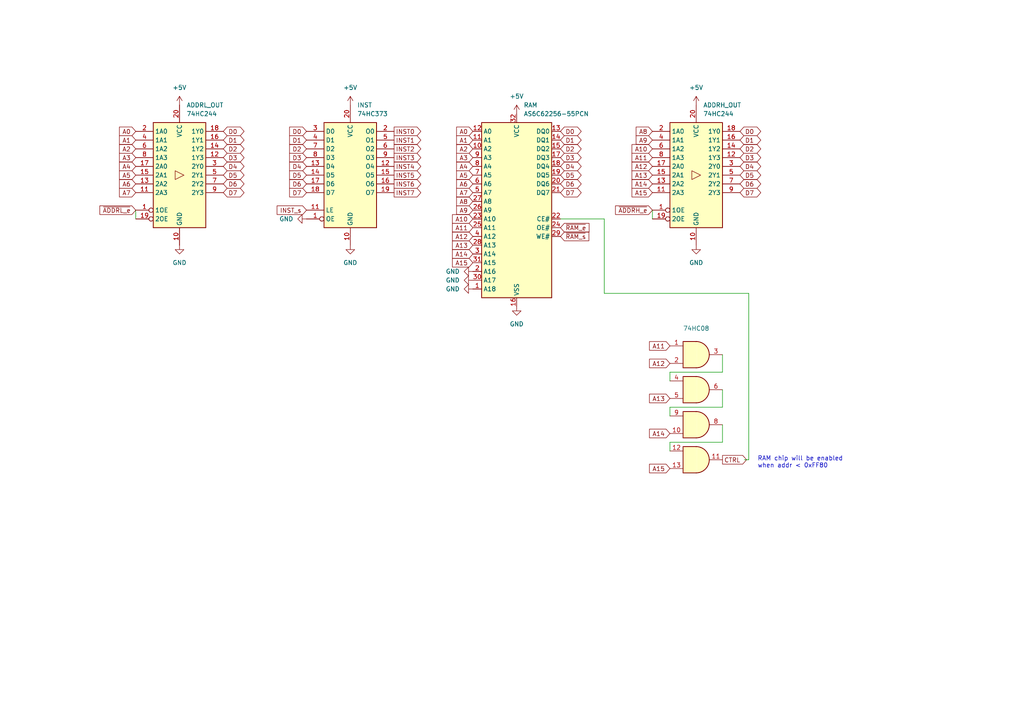
<source format=kicad_sch>
(kicad_sch (version 20211123) (generator eeschema)
  (paper "A4")
  (lib_symbols
    (symbol "74LS08_1" (pin_names (offset 1.016))
      (property "Reference" "U" (at 0 1.27 0))
      (property "Value" "74LS08_1" (at 0 -1.27 0))
      (symbol "74LS08_1_1_1"
        (arc (start 0 -3.81) (mid 3.81 0) (end 0 3.81) (stroke (width 0.254)) (fill (type background)))
        (polyline (pts (xy 0 3.81) (xy -3.81 3.81) (xy -3.81 -3.81) (xy 0 -3.81)) (stroke (width 0.254)) (fill (type background)))
        (pin input line (at -7.62 2.54 0) (length 3.81) (name "~") (number "1"))
        (pin input line (at -7.62 -2.54 0) (length 3.81) (name "~") (number "2"))
        (pin output line (at 7.62 0 180) (length 3.81) (name "~") (number "3"))
      )
      (symbol "74LS08_1_1_2"
        (arc (start -3.81 -3.81) (mid -2.589 0) (end -3.81 3.81) (stroke (width 0.254)))
        (arc (start -0.6096 -3.81) (mid 2.1842 -2.5851) (end 3.81 0) (stroke (width 0.254)) (fill (type background)))
        (polyline (pts (xy -3.81 -3.81) (xy -0.635 -3.81)) (stroke (width 0.254)) (fill (type background)))
        (polyline (pts (xy -3.81 3.81) (xy -0.635 3.81)) (stroke (width 0.254)) (fill (type background)))
        (polyline (pts (xy -0.635 3.81) (xy -3.81 3.81) (xy -3.81 3.81) (xy -3.556 3.4036) (xy -3.0226 2.2606) (xy -2.6924 1.0414) (xy -2.6162 -0.254) (xy -2.7686 -1.4986) (xy -3.175 -2.7178) (xy -3.81 -3.81) (xy -3.81 -3.81) (xy -0.635 -3.81)) (stroke (width -25.4)) (fill (type background)))
        (arc (start 3.81 0) (mid 2.1915 2.5936) (end -0.6096 3.81) (stroke (width 0.254)) (fill (type background)))
        (pin input inverted (at -7.62 2.54 0) (length 4.318) (name "~") (number "1"))
        (pin input inverted (at -7.62 -2.54 0) (length 4.318) (name "~") (number "2"))
        (pin output inverted (at 7.62 0 180) (length 3.81) (name "~") (number "3"))
      )
      (symbol "74LS08_1_2_1"
        (arc (start 0 -3.81) (mid 3.81 0) (end 0 3.81) (stroke (width 0.254)) (fill (type background)))
        (polyline (pts (xy 0 3.81) (xy -3.81 3.81) (xy -3.81 -3.81) (xy 0 -3.81)) (stroke (width 0.254)) (fill (type background)))
        (pin input line (at -7.62 2.54 0) (length 3.81) (name "~") (number "4"))
        (pin input line (at -7.62 -2.54 0) (length 3.81) (name "~") (number "5"))
        (pin output line (at 7.62 0 180) (length 3.81) (name "~") (number "6"))
      )
      (symbol "74LS08_1_2_2"
        (arc (start -3.81 -3.81) (mid -2.589 0) (end -3.81 3.81) (stroke (width 0.254)))
        (arc (start -0.6096 -3.81) (mid 2.1842 -2.5851) (end 3.81 0) (stroke (width 0.254)) (fill (type background)))
        (polyline (pts (xy -3.81 -3.81) (xy -0.635 -3.81)) (stroke (width 0.254)) (fill (type background)))
        (polyline (pts (xy -3.81 3.81) (xy -0.635 3.81)) (stroke (width 0.254)) (fill (type background)))
        (polyline (pts (xy -0.635 3.81) (xy -3.81 3.81) (xy -3.81 3.81) (xy -3.556 3.4036) (xy -3.0226 2.2606) (xy -2.6924 1.0414) (xy -2.6162 -0.254) (xy -2.7686 -1.4986) (xy -3.175 -2.7178) (xy -3.81 -3.81) (xy -3.81 -3.81) (xy -0.635 -3.81)) (stroke (width -25.4)) (fill (type background)))
        (arc (start 3.81 0) (mid 2.1915 2.5936) (end -0.6096 3.81) (stroke (width 0.254)) (fill (type background)))
        (pin input inverted (at -7.62 2.54 0) (length 4.318) (name "~") (number "4"))
        (pin input inverted (at -7.62 -2.54 0) (length 4.318) (name "~") (number "5"))
        (pin output inverted (at 7.62 0 180) (length 3.81) (name "~") (number "6"))
      )
      (symbol "74LS08_1_3_1"
        (arc (start 0 -3.81) (mid 3.81 0) (end 0 3.81) (stroke (width 0.254)) (fill (type background)))
        (polyline (pts (xy 0 3.81) (xy -3.81 3.81) (xy -3.81 -3.81) (xy 0 -3.81)) (stroke (width 0.254)) (fill (type background)))
        (pin input line (at -7.62 -2.54 0) (length 3.81) (name "~") (number "10"))
        (pin output line (at 7.62 0 180) (length 3.81) (name "~") (number "8"))
        (pin input line (at -7.62 2.54 0) (length 3.81) (name "~") (number "9"))
      )
      (symbol "74LS08_1_3_2"
        (arc (start -3.81 -3.81) (mid -2.589 0) (end -3.81 3.81) (stroke (width 0.254)))
        (arc (start -0.6096 -3.81) (mid 2.1842 -2.5851) (end 3.81 0) (stroke (width 0.254)) (fill (type background)))
        (polyline (pts (xy -3.81 -3.81) (xy -0.635 -3.81)) (stroke (width 0.254)) (fill (type background)))
        (polyline (pts (xy -3.81 3.81) (xy -0.635 3.81)) (stroke (width 0.254)) (fill (type background)))
        (polyline (pts (xy -0.635 3.81) (xy -3.81 3.81) (xy -3.81 3.81) (xy -3.556 3.4036) (xy -3.0226 2.2606) (xy -2.6924 1.0414) (xy -2.6162 -0.254) (xy -2.7686 -1.4986) (xy -3.175 -2.7178) (xy -3.81 -3.81) (xy -3.81 -3.81) (xy -0.635 -3.81)) (stroke (width -25.4)) (fill (type background)))
        (arc (start 3.81 0) (mid 2.1915 2.5936) (end -0.6096 3.81) (stroke (width 0.254)) (fill (type background)))
        (pin input inverted (at -7.62 -2.54 0) (length 4.318) (name "~") (number "10"))
        (pin output inverted (at 7.62 0 180) (length 3.81) (name "~") (number "8"))
        (pin input inverted (at -7.62 2.54 0) (length 4.318) (name "~") (number "9"))
      )
      (symbol "74LS08_1_4_1"
        (arc (start 0 -3.81) (mid 3.81 0) (end 0 3.81) (stroke (width 0.254)) (fill (type background)))
        (polyline (pts (xy 0 3.81) (xy -3.81 3.81) (xy -3.81 -3.81) (xy 0 -3.81)) (stroke (width 0.254)) (fill (type background)))
        (pin output line (at 7.62 0 180) (length 3.81) (name "~") (number "11"))
        (pin input line (at -7.62 2.54 0) (length 3.81) (name "~") (number "12"))
        (pin input line (at -7.62 -2.54 0) (length 3.81) (name "~") (number "13"))
      )
      (symbol "74LS08_1_4_2"
        (arc (start -3.81 -3.81) (mid -2.589 0) (end -3.81 3.81) (stroke (width 0.254)))
        (arc (start -0.6096 -3.81) (mid 2.1842 -2.5851) (end 3.81 0) (stroke (width 0.254)) (fill (type background)))
        (polyline (pts (xy -3.81 -3.81) (xy -0.635 -3.81)) (stroke (width 0.254)) (fill (type background)))
        (polyline (pts (xy -3.81 3.81) (xy -0.635 3.81)) (stroke (width 0.254)) (fill (type background)))
        (polyline (pts (xy -0.635 3.81) (xy -3.81 3.81) (xy -3.81 3.81) (xy -3.556 3.4036) (xy -3.0226 2.2606) (xy -2.6924 1.0414) (xy -2.6162 -0.254) (xy -2.7686 -1.4986) (xy -3.175 -2.7178) (xy -3.81 -3.81) (xy -3.81 -3.81) (xy -0.635 -3.81)) (stroke (width -25.4)) (fill (type background)))
        (arc (start 3.81 0) (mid 2.1915 2.5936) (end -0.6096 3.81) (stroke (width 0.254)) (fill (type background)))
        (pin output inverted (at 7.62 0 180) (length 3.81) (name "~") (number "11"))
        (pin input inverted (at -7.62 2.54 0) (length 4.318) (name "~") (number "12"))
        (pin input inverted (at -7.62 -2.54 0) (length 4.318) (name "~") (number "13"))
      )
      (symbol "74LS08_1_5_0"
        (pin power_in line (at 0 12.7 270) (length 5.08) (name "VCC") (number "14"))
        (pin power_in line (at 0 -12.7 90) (length 5.08) (name "GND") (number "7"))
      )
      (symbol "74LS08_1_5_1"
        (rectangle (start -5.08 7.62) (end 5.08 -7.62) (stroke (width 0.254)) (fill (type background)))
      )
    )
    (symbol "74xx:74HC244"
      (property "Reference" "U" (at -7.62 16.51 0))
      (property "Value" "74HC244" (at -7.62 -16.51 0))
      (symbol "74HC244_1_0"
        (polyline (pts (xy 1.27 0) (xy -1.27 1.27) (xy -1.27 -1.27) (xy 1.27 0)) (stroke (width 0.1524)))
        (pin input inverted (at -12.7 -10.16 0) (length 5.08) (name "1OE") (number "1"))
        (pin power_in line (at 0 -20.32 90) (length 5.08) (name "GND") (number "10"))
        (pin input line (at -12.7 -5.08 0) (length 5.08) (name "2A3") (number "11"))
        (pin tri_state line (at 12.7 5.08 180) (length 5.08) (name "1Y3") (number "12"))
        (pin input line (at -12.7 -2.54 0) (length 5.08) (name "2A2") (number "13"))
        (pin tri_state line (at 12.7 7.62 180) (length 5.08) (name "1Y2") (number "14"))
        (pin input line (at -12.7 0 0) (length 5.08) (name "2A1") (number "15"))
        (pin tri_state line (at 12.7 10.16 180) (length 5.08) (name "1Y1") (number "16"))
        (pin input line (at -12.7 2.54 0) (length 5.08) (name "2A0") (number "17"))
        (pin tri_state line (at 12.7 12.7 180) (length 5.08) (name "1Y0") (number "18"))
        (pin input inverted (at -12.7 -12.7 0) (length 5.08) (name "2OE") (number "19"))
        (pin input line (at -12.7 12.7 0) (length 5.08) (name "1A0") (number "2"))
        (pin power_in line (at 0 20.32 270) (length 5.08) (name "VCC") (number "20"))
        (pin tri_state line (at 12.7 2.54 180) (length 5.08) (name "2Y0") (number "3"))
        (pin input line (at -12.7 10.16 0) (length 5.08) (name "1A1") (number "4"))
        (pin tri_state line (at 12.7 0 180) (length 5.08) (name "2Y1") (number "5"))
        (pin input line (at -12.7 7.62 0) (length 5.08) (name "1A2") (number "6"))
        (pin tri_state line (at 12.7 -2.54 180) (length 5.08) (name "2Y2") (number "7"))
        (pin input line (at -12.7 5.08 0) (length 5.08) (name "1A3") (number "8"))
        (pin tri_state line (at 12.7 -5.08 180) (length 5.08) (name "2Y3") (number "9"))
      )
      (symbol "74HC244_1_1"
        (rectangle (start -7.62 15.24) (end 7.62 -15.24) (stroke (width 0.254)) (fill (type background)))
      )
    )
    (symbol "74xx:74HC373"
      (property "Reference" "U" (at -7.62 16.51 0))
      (property "Value" "74HC373" (at -7.62 -16.51 0))
      (symbol "74HC373_1_0"
        (pin input inverted (at -12.7 -12.7 0) (length 5.08) (name "OE") (number "1"))
        (pin power_in line (at 0 -20.32 90) (length 5.08) (name "GND") (number "10"))
        (pin input line (at -12.7 -10.16 0) (length 5.08) (name "LE") (number "11"))
        (pin tri_state line (at 12.7 2.54 180) (length 5.08) (name "O4") (number "12"))
        (pin input line (at -12.7 2.54 0) (length 5.08) (name "D4") (number "13"))
        (pin input line (at -12.7 0 0) (length 5.08) (name "D5") (number "14"))
        (pin tri_state line (at 12.7 0 180) (length 5.08) (name "O5") (number "15"))
        (pin tri_state line (at 12.7 -2.54 180) (length 5.08) (name "O6") (number "16"))
        (pin input line (at -12.7 -2.54 0) (length 5.08) (name "D6") (number "17"))
        (pin input line (at -12.7 -5.08 0) (length 5.08) (name "D7") (number "18"))
        (pin tri_state line (at 12.7 -5.08 180) (length 5.08) (name "O7") (number "19"))
        (pin tri_state line (at 12.7 12.7 180) (length 5.08) (name "O0") (number "2"))
        (pin power_in line (at 0 20.32 270) (length 5.08) (name "VCC") (number "20"))
        (pin input line (at -12.7 12.7 0) (length 5.08) (name "D0") (number "3"))
        (pin input line (at -12.7 10.16 0) (length 5.08) (name "D1") (number "4"))
        (pin tri_state line (at 12.7 10.16 180) (length 5.08) (name "O1") (number "5"))
        (pin tri_state line (at 12.7 7.62 180) (length 5.08) (name "O2") (number "6"))
        (pin input line (at -12.7 7.62 0) (length 5.08) (name "D2") (number "7"))
        (pin input line (at -12.7 5.08 0) (length 5.08) (name "D3") (number "8"))
        (pin tri_state line (at 12.7 5.08 180) (length 5.08) (name "O3") (number "9"))
      )
      (symbol "74HC373_1_1"
        (rectangle (start -7.62 15.24) (end 7.62 -15.24) (stroke (width 0.254)) (fill (type background)))
      )
    )
    (symbol "74xx:74LS08" (pin_names (offset 1.016))
      (property "Reference" "U" (at 0 1.27 0))
      (property "Value" "74LS08" (at 0 -1.27 0))
      (symbol "74LS08_1_1"
        (arc (start 0 -3.81) (mid 3.81 0) (end 0 3.81) (stroke (width 0.254)) (fill (type background)))
        (polyline (pts (xy 0 3.81) (xy -3.81 3.81) (xy -3.81 -3.81) (xy 0 -3.81)) (stroke (width 0.254)) (fill (type background)))
        (pin input line (at -7.62 2.54 0) (length 3.81) (name "~") (number "1"))
        (pin input line (at -7.62 -2.54 0) (length 3.81) (name "~") (number "2"))
        (pin output line (at 7.62 0 180) (length 3.81) (name "~") (number "3"))
      )
      (symbol "74LS08_1_2"
        (arc (start -3.81 -3.81) (mid -2.589 0) (end -3.81 3.81) (stroke (width 0.254)))
        (arc (start -0.6096 -3.81) (mid 2.1842 -2.5851) (end 3.81 0) (stroke (width 0.254)) (fill (type background)))
        (polyline (pts (xy -3.81 -3.81) (xy -0.635 -3.81)) (stroke (width 0.254)) (fill (type background)))
        (polyline (pts (xy -3.81 3.81) (xy -0.635 3.81)) (stroke (width 0.254)) (fill (type background)))
        (polyline (pts (xy -0.635 3.81) (xy -3.81 3.81) (xy -3.81 3.81) (xy -3.556 3.4036) (xy -3.0226 2.2606) (xy -2.6924 1.0414) (xy -2.6162 -0.254) (xy -2.7686 -1.4986) (xy -3.175 -2.7178) (xy -3.81 -3.81) (xy -3.81 -3.81) (xy -0.635 -3.81)) (stroke (width -25.4)) (fill (type background)))
        (arc (start 3.81 0) (mid 2.1915 2.5936) (end -0.6096 3.81) (stroke (width 0.254)) (fill (type background)))
        (pin input inverted (at -7.62 2.54 0) (length 4.318) (name "~") (number "1"))
        (pin input inverted (at -7.62 -2.54 0) (length 4.318) (name "~") (number "2"))
        (pin output inverted (at 7.62 0 180) (length 3.81) (name "~") (number "3"))
      )
      (symbol "74LS08_2_1"
        (arc (start 0 -3.81) (mid 3.81 0) (end 0 3.81) (stroke (width 0.254)) (fill (type background)))
        (polyline (pts (xy 0 3.81) (xy -3.81 3.81) (xy -3.81 -3.81) (xy 0 -3.81)) (stroke (width 0.254)) (fill (type background)))
        (pin input line (at -7.62 2.54 0) (length 3.81) (name "~") (number "4"))
        (pin input line (at -7.62 -2.54 0) (length 3.81) (name "~") (number "5"))
        (pin output line (at 7.62 0 180) (length 3.81) (name "~") (number "6"))
      )
      (symbol "74LS08_2_2"
        (arc (start -3.81 -3.81) (mid -2.589 0) (end -3.81 3.81) (stroke (width 0.254)))
        (arc (start -0.6096 -3.81) (mid 2.1842 -2.5851) (end 3.81 0) (stroke (width 0.254)) (fill (type background)))
        (polyline (pts (xy -3.81 -3.81) (xy -0.635 -3.81)) (stroke (width 0.254)) (fill (type background)))
        (polyline (pts (xy -3.81 3.81) (xy -0.635 3.81)) (stroke (width 0.254)) (fill (type background)))
        (polyline (pts (xy -0.635 3.81) (xy -3.81 3.81) (xy -3.81 3.81) (xy -3.556 3.4036) (xy -3.0226 2.2606) (xy -2.6924 1.0414) (xy -2.6162 -0.254) (xy -2.7686 -1.4986) (xy -3.175 -2.7178) (xy -3.81 -3.81) (xy -3.81 -3.81) (xy -0.635 -3.81)) (stroke (width -25.4)) (fill (type background)))
        (arc (start 3.81 0) (mid 2.1915 2.5936) (end -0.6096 3.81) (stroke (width 0.254)) (fill (type background)))
        (pin input inverted (at -7.62 2.54 0) (length 4.318) (name "~") (number "4"))
        (pin input inverted (at -7.62 -2.54 0) (length 4.318) (name "~") (number "5"))
        (pin output inverted (at 7.62 0 180) (length 3.81) (name "~") (number "6"))
      )
      (symbol "74LS08_3_1"
        (arc (start 0 -3.81) (mid 3.81 0) (end 0 3.81) (stroke (width 0.254)) (fill (type background)))
        (polyline (pts (xy 0 3.81) (xy -3.81 3.81) (xy -3.81 -3.81) (xy 0 -3.81)) (stroke (width 0.254)) (fill (type background)))
        (pin input line (at -7.62 -2.54 0) (length 3.81) (name "~") (number "10"))
        (pin output line (at 7.62 0 180) (length 3.81) (name "~") (number "8"))
        (pin input line (at -7.62 2.54 0) (length 3.81) (name "~") (number "9"))
      )
      (symbol "74LS08_3_2"
        (arc (start -3.81 -3.81) (mid -2.589 0) (end -3.81 3.81) (stroke (width 0.254)))
        (arc (start -0.6096 -3.81) (mid 2.1842 -2.5851) (end 3.81 0) (stroke (width 0.254)) (fill (type background)))
        (polyline (pts (xy -3.81 -3.81) (xy -0.635 -3.81)) (stroke (width 0.254)) (fill (type background)))
        (polyline (pts (xy -3.81 3.81) (xy -0.635 3.81)) (stroke (width 0.254)) (fill (type background)))
        (polyline (pts (xy -0.635 3.81) (xy -3.81 3.81) (xy -3.81 3.81) (xy -3.556 3.4036) (xy -3.0226 2.2606) (xy -2.6924 1.0414) (xy -2.6162 -0.254) (xy -2.7686 -1.4986) (xy -3.175 -2.7178) (xy -3.81 -3.81) (xy -3.81 -3.81) (xy -0.635 -3.81)) (stroke (width -25.4)) (fill (type background)))
        (arc (start 3.81 0) (mid 2.1915 2.5936) (end -0.6096 3.81) (stroke (width 0.254)) (fill (type background)))
        (pin input inverted (at -7.62 -2.54 0) (length 4.318) (name "~") (number "10"))
        (pin output inverted (at 7.62 0 180) (length 3.81) (name "~") (number "8"))
        (pin input inverted (at -7.62 2.54 0) (length 4.318) (name "~") (number "9"))
      )
      (symbol "74LS08_4_1"
        (arc (start 0 -3.81) (mid 3.81 0) (end 0 3.81) (stroke (width 0.254)) (fill (type background)))
        (polyline (pts (xy 0 3.81) (xy -3.81 3.81) (xy -3.81 -3.81) (xy 0 -3.81)) (stroke (width 0.254)) (fill (type background)))
        (pin output line (at 7.62 0 180) (length 3.81) (name "~") (number "11"))
        (pin input line (at -7.62 2.54 0) (length 3.81) (name "~") (number "12"))
        (pin input line (at -7.62 -2.54 0) (length 3.81) (name "~") (number "13"))
      )
      (symbol "74LS08_4_2"
        (arc (start -3.81 -3.81) (mid -2.589 0) (end -3.81 3.81) (stroke (width 0.254)))
        (arc (start -0.6096 -3.81) (mid 2.1842 -2.5851) (end 3.81 0) (stroke (width 0.254)) (fill (type background)))
        (polyline (pts (xy -3.81 -3.81) (xy -0.635 -3.81)) (stroke (width 0.254)) (fill (type background)))
        (polyline (pts (xy -3.81 3.81) (xy -0.635 3.81)) (stroke (width 0.254)) (fill (type background)))
        (polyline (pts (xy -0.635 3.81) (xy -3.81 3.81) (xy -3.81 3.81) (xy -3.556 3.4036) (xy -3.0226 2.2606) (xy -2.6924 1.0414) (xy -2.6162 -0.254) (xy -2.7686 -1.4986) (xy -3.175 -2.7178) (xy -3.81 -3.81) (xy -3.81 -3.81) (xy -0.635 -3.81)) (stroke (width -25.4)) (fill (type background)))
        (arc (start 3.81 0) (mid 2.1915 2.5936) (end -0.6096 3.81) (stroke (width 0.254)) (fill (type background)))
        (pin output inverted (at 7.62 0 180) (length 3.81) (name "~") (number "11"))
        (pin input inverted (at -7.62 2.54 0) (length 4.318) (name "~") (number "12"))
        (pin input inverted (at -7.62 -2.54 0) (length 4.318) (name "~") (number "13"))
      )
      (symbol "74LS08_5_0"
        (pin power_in line (at 0 12.7 270) (length 5.08) (name "VCC") (number "14"))
        (pin power_in line (at 0 -12.7 90) (length 5.08) (name "GND") (number "7"))
      )
      (symbol "74LS08_5_1"
        (rectangle (start -5.08 7.62) (end 5.08 -7.62) (stroke (width 0.254)) (fill (type background)))
      )
    )
    (symbol "Memory_RAM:AS6C4008-55PCN"
      (property "Reference" "U" (at -10.16 26.035 0))
      (property "Value" "AS6C4008-55PCN" (at 2.54 26.035 0))
      (symbol "AS6C4008-55PCN_0_0"
        (pin power_in line (at 0 -27.94 90) (length 2.54) (name "VSS") (number "16"))
        (pin power_in line (at 0 27.94 270) (length 2.54) (name "VCC") (number "32"))
      )
      (symbol "AS6C4008-55PCN_0_1"
        (rectangle (start -10.16 25.4) (end 10.16 -25.4) (stroke (width 0.254)) (fill (type background)))
      )
      (symbol "AS6C4008-55PCN_1_1"
        (pin input line (at -12.7 -22.86 0) (length 2.54) (name "A18") (number "1"))
        (pin input line (at -12.7 17.78 0) (length 2.54) (name "A2") (number "10"))
        (pin input line (at -12.7 20.32 0) (length 2.54) (name "A1") (number "11"))
        (pin input line (at -12.7 22.86 0) (length 2.54) (name "A0") (number "12"))
        (pin tri_state line (at 12.7 22.86 180) (length 2.54) (name "DQ0") (number "13"))
        (pin tri_state line (at 12.7 20.32 180) (length 2.54) (name "DQ1") (number "14"))
        (pin tri_state line (at 12.7 17.78 180) (length 2.54) (name "DQ2") (number "15"))
        (pin tri_state line (at 12.7 15.24 180) (length 2.54) (name "DQ3") (number "17"))
        (pin tri_state line (at 12.7 12.7 180) (length 2.54) (name "DQ4") (number "18"))
        (pin tri_state line (at 12.7 10.16 180) (length 2.54) (name "DQ5") (number "19"))
        (pin input line (at -12.7 -17.78 0) (length 2.54) (name "A16") (number "2"))
        (pin tri_state line (at 12.7 7.62 180) (length 2.54) (name "DQ6") (number "20"))
        (pin tri_state line (at 12.7 5.08 180) (length 2.54) (name "DQ7") (number "21"))
        (pin input line (at 12.7 -2.54 180) (length 2.54) (name "CE#") (number "22"))
        (pin input line (at -12.7 -2.54 0) (length 2.54) (name "A10") (number "23"))
        (pin input line (at 12.7 -5.08 180) (length 2.54) (name "OE#") (number "24"))
        (pin input line (at -12.7 -5.08 0) (length 2.54) (name "A11") (number "25"))
        (pin input line (at -12.7 0 0) (length 2.54) (name "A9") (number "26"))
        (pin input line (at -12.7 2.54 0) (length 2.54) (name "A8") (number "27"))
        (pin input line (at -12.7 -10.16 0) (length 2.54) (name "A13") (number "28"))
        (pin input line (at 12.7 -7.62 180) (length 2.54) (name "WE#") (number "29"))
        (pin input line (at -12.7 -12.7 0) (length 2.54) (name "A14") (number "3"))
        (pin input line (at -12.7 -20.32 0) (length 2.54) (name "A17") (number "30"))
        (pin input line (at -12.7 -15.24 0) (length 2.54) (name "A15") (number "31"))
        (pin input line (at -12.7 -7.62 0) (length 2.54) (name "A12") (number "4"))
        (pin input line (at -12.7 5.08 0) (length 2.54) (name "A7") (number "5"))
        (pin input line (at -12.7 7.62 0) (length 2.54) (name "A6") (number "6"))
        (pin input line (at -12.7 10.16 0) (length 2.54) (name "A5") (number "7"))
        (pin input line (at -12.7 12.7 0) (length 2.54) (name "A4") (number "8"))
        (pin input line (at -12.7 15.24 0) (length 2.54) (name "A3") (number "9"))
      )
    )
    (symbol "power:+5V" (power) (pin_names (offset 0))
      (property "Value" "+5V" (at 0 3.556 0))
      (symbol "+5V_0_1"
        (polyline (pts (xy -0.762 1.27) (xy 0 2.54)))
        (polyline (pts (xy 0 0) (xy 0 2.54)))
        (polyline (pts (xy 0 2.54) (xy 0.762 1.27)))
      )
      (symbol "+5V_1_1"
        (pin power_in line (at 0 0 90) (length 0) hide (name "+5V") (number "1"))
      )
    )
    (symbol "power:GND" (power) (pin_names (offset 0))
      (property "Value" "GND" (at 0 -3.81 0))
      (symbol "GND_0_1"
        (polyline (pts (xy 0 0) (xy 0 -1.27) (xy 1.27 -1.27) (xy 0 -2.54) (xy -1.27 -1.27) (xy 0 -1.27)))
      )
      (symbol "GND_1_1"
        (pin power_in line (at 0 0 270) (length 0) hide (name "GND") (number "1"))
      )
    )
  )
  (wire (pts (xy 189.23 60.96) (xy 189.23 63.5)))
  (wire (pts (xy 209.55 123.19) (xy 209.55 128.27)))
  (wire (pts (xy 215.9 133.35) (xy 217.17 133.35)))
  (wire (pts (xy 217.17 85.09) (xy 217.17 133.35)))
  (wire (pts (xy 209.55 128.27) (xy 194.31 128.27)))
  (wire (pts (xy 209.55 107.95) (xy 194.31 107.95)))
  (wire (pts (xy 194.31 128.27) (xy 194.31 130.81)))
  (wire (pts (xy 194.31 107.95) (xy 194.31 110.49)))
  (wire (pts (xy 175.26 85.09) (xy 217.17 85.09)))
  (wire (pts (xy 194.31 118.11) (xy 194.31 120.65)))
  (wire (pts (xy 209.55 113.03) (xy 209.55 118.11)))
  (wire (pts (xy 209.55 102.87) (xy 209.55 107.95)))
  (wire (pts (xy 175.26 63.5) (xy 175.26 85.09)))
  (wire (pts (xy 162.56 63.5) (xy 175.26 63.5)))
  (wire (pts (xy 39.37 60.96) (xy 39.37 63.5)))
  (wire (pts (xy 209.55 118.11) (xy 194.31 118.11)))
  (text "RAM chip will be enabled \nwhen addr < 0xFF80" (at 219.71 135.89 0) (effects (font (size 1.27 1.27)) (justify left bottom)))
  (global_label "INST4" (shape output) (at 114.3 48.26 0) (property "Intersheet References" "${INTERSHEET_REFS}" (effects hide)))
  (global_label "D6" (shape tri_state) (at 64.77 53.34 0) (property "Intersheet References" "${INTERSHEET_REFS}" (effects hide)))
  (global_label "A4" (shape input) (at 137.16 48.26 180) (property "Intersheet References" "${INTERSHEET_REFS}" (effects hide)))
  (global_label "D7" (shape tri_state) (at 64.77 55.88 0) (property "Intersheet References" "${INTERSHEET_REFS}" (effects hide)))
  (global_label "D4" (shape input) (at 88.9 48.26 180) (property "Intersheet References" "${INTERSHEET_REFS}" (effects hide)))
  (global_label "A4" (shape input) (at 39.37 48.26 180) (property "Intersheet References" "${INTERSHEET_REFS}" (effects hide)))
  (global_label "D2" (shape input) (at 88.9 43.18 180) (property "Intersheet References" "${INTERSHEET_REFS}" (effects hide)))
  (global_label "A9" (shape input) (at 189.23 40.64 180) (property "Intersheet References" "${INTERSHEET_REFS}" (effects hide)))
  (global_label "D1" (shape tri_state) (at 64.77 40.64 0) (property "Intersheet References" "${INTERSHEET_REFS}" (effects hide)))
  (global_label "D4" (shape tri_state) (at 214.63 48.26 0) (property "Intersheet References" "${INTERSHEET_REFS}" (effects hide)))
  (global_label "A14" (shape input) (at 194.31 125.73 180) (property "Intersheet References" "${INTERSHEET_REFS}" (effects hide)))
  (global_label "~{ADDRH_e}" (shape input) (at 189.23 60.96 180) (property "Intersheet References" "${INTERSHEET_REFS}" (effects hide)))
  (global_label "A3" (shape input) (at 137.16 45.72 180) (property "Intersheet References" "${INTERSHEET_REFS}" (effects hide)))
  (global_label "A0" (shape input) (at 39.37 38.1 180) (property "Intersheet References" "${INTERSHEET_REFS}" (effects hide)))
  (global_label "D0" (shape tri_state) (at 214.63 38.1 0) (property "Intersheet References" "${INTERSHEET_REFS}" (effects hide)))
  (global_label "D2" (shape tri_state) (at 162.56 43.18 0) (property "Intersheet References" "${INTERSHEET_REFS}" (effects hide)))
  (global_label "D7" (shape tri_state) (at 214.63 55.88 0) (property "Intersheet References" "${INTERSHEET_REFS}" (effects hide)))
  (global_label "A3" (shape input) (at 39.37 45.72 180) (property "Intersheet References" "${INTERSHEET_REFS}" (effects hide)))
  (global_label "A10" (shape input) (at 137.16 63.5 180) (property "Intersheet References" "${INTERSHEET_REFS}" (effects hide)))
  (global_label "A11" (shape input) (at 189.23 45.72 180) (property "Intersheet References" "${INTERSHEET_REFS}" (effects hide)))
  (global_label "A7" (shape input) (at 137.16 55.88 180) (property "Intersheet References" "${INTERSHEET_REFS}" (effects hide)))
  (global_label "A6" (shape input) (at 39.37 53.34 180) (property "Intersheet References" "${INTERSHEET_REFS}" (effects hide)))
  (global_label "~{RAM_s}" (shape input) (at 162.56 68.58 0) (property "Intersheet References" "${INTERSHEET_REFS}" (effects hide)))
  (global_label "D1" (shape tri_state) (at 162.56 40.64 0) (property "Intersheet References" "${INTERSHEET_REFS}" (effects hide)))
  (global_label "D2" (shape tri_state) (at 64.77 43.18 0) (property "Intersheet References" "${INTERSHEET_REFS}" (effects hide)))
  (global_label "~{ADDRL_e}" (shape input) (at 39.37 60.96 180) (property "Intersheet References" "${INTERSHEET_REFS}" (effects hide)))
  (global_label "~{RAM_e}" (shape input) (at 162.56 66.04 0) (property "Intersheet References" "${INTERSHEET_REFS}" (effects hide)))
  (global_label "A7" (shape input) (at 39.37 55.88 180) (property "Intersheet References" "${INTERSHEET_REFS}" (effects hide)))
  (global_label "INST7" (shape output) (at 114.3 55.88 0) (property "Intersheet References" "${INTERSHEET_REFS}" (effects hide)))
  (global_label "A14" (shape input) (at 189.23 53.34 180) (property "Intersheet References" "${INTERSHEET_REFS}" (effects hide)))
  (global_label "D3" (shape tri_state) (at 214.63 45.72 0) (property "Intersheet References" "${INTERSHEET_REFS}" (effects hide)))
  (global_label "A15" (shape input) (at 194.31 135.89 180) (property "Intersheet References" "${INTERSHEET_REFS}" (effects hide)))
  (global_label "A9" (shape input) (at 137.16 60.96 180) (property "Intersheet References" "${INTERSHEET_REFS}" (effects hide)))
  (global_label "A11" (shape input) (at 137.16 66.04 180) (property "Intersheet References" "${INTERSHEET_REFS}" (effects hide)))
  (global_label "D3" (shape tri_state) (at 64.77 45.72 0) (property "Intersheet References" "${INTERSHEET_REFS}" (effects hide)))
  (global_label "A2" (shape input) (at 39.37 43.18 180) (property "Intersheet References" "${INTERSHEET_REFS}" (effects hide)))
  (global_label "D4" (shape tri_state) (at 162.56 48.26 0) (property "Intersheet References" "${INTERSHEET_REFS}" (effects hide)))
  (global_label "A10" (shape input) (at 189.23 43.18 180) (property "Intersheet References" "${INTERSHEET_REFS}" (effects hide)))
  (global_label "D3" (shape tri_state) (at 162.56 45.72 0) (property "Intersheet References" "${INTERSHEET_REFS}" (effects hide)))
  (global_label "D7" (shape input) (at 88.9 55.88 180) (property "Intersheet References" "${INTERSHEET_REFS}" (effects hide)))
  (global_label "D3" (shape input) (at 88.9 45.72 180) (property "Intersheet References" "${INTERSHEET_REFS}" (effects hide)))
  (global_label "D2" (shape tri_state) (at 214.63 43.18 0) (property "Intersheet References" "${INTERSHEET_REFS}" (effects hide)))
  (global_label "A6" (shape input) (at 137.16 53.34 180) (property "Intersheet References" "${INTERSHEET_REFS}" (effects hide)))
  (global_label "A12" (shape input) (at 137.16 68.58 180) (property "Intersheet References" "${INTERSHEET_REFS}" (effects hide)))
  (global_label "A5" (shape input) (at 137.16 50.8 180) (property "Intersheet References" "${INTERSHEET_REFS}" (effects hide)))
  (global_label "INST6" (shape output) (at 114.3 53.34 0) (property "Intersheet References" "${INTERSHEET_REFS}" (effects hide)))
  (global_label "D5" (shape tri_state) (at 64.77 50.8 0) (property "Intersheet References" "${INTERSHEET_REFS}" (effects hide)))
  (global_label "D7" (shape tri_state) (at 162.56 55.88 0) (property "Intersheet References" "${INTERSHEET_REFS}" (effects hide)))
  (global_label "INST0" (shape output) (at 114.3 38.1 0) (property "Intersheet References" "${INTERSHEET_REFS}" (effects hide)))
  (global_label "A2" (shape input) (at 137.16 43.18 180) (property "Intersheet References" "${INTERSHEET_REFS}" (effects hide)))
  (global_label "A1" (shape input) (at 39.37 40.64 180) (property "Intersheet References" "${INTERSHEET_REFS}" (effects hide)))
  (global_label "D1" (shape tri_state) (at 214.63 40.64 0) (property "Intersheet References" "${INTERSHEET_REFS}" (effects hide)))
  (global_label "INST_s" (shape input) (at 88.9 60.96 180) (property "Intersheet References" "${INTERSHEET_REFS}" (effects hide)))
  (global_label "A12" (shape input) (at 189.23 48.26 180) (property "Intersheet References" "${INTERSHEET_REFS}" (effects hide)))
  (global_label "A13" (shape input) (at 189.23 50.8 180) (property "Intersheet References" "${INTERSHEET_REFS}" (effects hide)))
  (global_label "A13" (shape input) (at 137.16 71.12 180) (property "Intersheet References" "${INTERSHEET_REFS}" (effects hide)))
  (global_label "A5" (shape input) (at 39.37 50.8 180) (property "Intersheet References" "${INTERSHEET_REFS}" (effects hide)))
  (global_label "A1" (shape input) (at 137.16 40.64 180) (property "Intersheet References" "${INTERSHEET_REFS}" (effects hide)))
  (global_label "D0" (shape input) (at 88.9 38.1 180) (property "Intersheet References" "${INTERSHEET_REFS}" (effects hide)))
  (global_label "D0" (shape tri_state) (at 64.77 38.1 0) (property "Intersheet References" "${INTERSHEET_REFS}" (effects hide)))
  (global_label "A13" (shape input) (at 194.31 115.57 180) (property "Intersheet References" "${INTERSHEET_REFS}" (effects hide)))
  (global_label "A0" (shape input) (at 137.16 38.1 180) (property "Intersheet References" "${INTERSHEET_REFS}" (effects hide)))
  (global_label "A11" (shape input) (at 194.31 100.33 180) (property "Intersheet References" "${INTERSHEET_REFS}" (effects hide)))
  (global_label "D4" (shape tri_state) (at 64.77 48.26 0) (property "Intersheet References" "${INTERSHEET_REFS}" (effects hide)))
  (global_label "D6" (shape tri_state) (at 162.56 53.34 0) (property "Intersheet References" "${INTERSHEET_REFS}" (effects hide)))
  (global_label "D5" (shape input) (at 88.9 50.8 180) (property "Intersheet References" "${INTERSHEET_REFS}" (effects hide)))
  (global_label "D0" (shape tri_state) (at 162.56 38.1 0) (property "Intersheet References" "${INTERSHEET_REFS}" (effects hide)))
  (global_label "INST2" (shape output) (at 114.3 43.18 0) (property "Intersheet References" "${INTERSHEET_REFS}" (effects hide)))
  (global_label "A14" (shape input) (at 137.16 73.66 180) (property "Intersheet References" "${INTERSHEET_REFS}" (effects hide)))
  (global_label "A15" (shape input) (at 137.16 76.2 180) (property "Intersheet References" "${INTERSHEET_REFS}" (effects hide)))
  (global_label "D1" (shape input) (at 88.9 40.64 180) (property "Intersheet References" "${INTERSHEET_REFS}" (effects hide)))
  (global_label "A15" (shape input) (at 189.23 55.88 180) (property "Intersheet References" "${INTERSHEET_REFS}" (effects hide)))
  (global_label "INST3" (shape output) (at 114.3 45.72 0) (property "Intersheet References" "${INTERSHEET_REFS}" (effects hide)))
  (global_label "D5" (shape tri_state) (at 214.63 50.8 0) (property "Intersheet References" "${INTERSHEET_REFS}" (effects hide)))
  (global_label "A12" (shape input) (at 194.31 105.41 180) (property "Intersheet References" "${INTERSHEET_REFS}" (effects hide)))
  (global_label "D6" (shape input) (at 88.9 53.34 180) (property "Intersheet References" "${INTERSHEET_REFS}" (effects hide)))
  (global_label "INST5" (shape output) (at 114.3 50.8 0) (property "Intersheet References" "${INTERSHEET_REFS}" (effects hide)))
  (global_label "A8" (shape input) (at 137.16 58.42 180) (property "Intersheet References" "${INTERSHEET_REFS}" (effects hide)))
  (global_label "D5" (shape tri_state) (at 162.56 50.8 0) (property "Intersheet References" "${INTERSHEET_REFS}" (effects hide)))
  (global_label "CTRL" (shape output) (at 209.55 133.35 0) (property "Intersheet References" "${INTERSHEET_REFS}" (effects hide)))
  (global_label "INST1" (shape output) (at 114.3 40.64 0) (property "Intersheet References" "${INTERSHEET_REFS}" (effects hide)))
  (global_label "D6" (shape tri_state) (at 214.63 53.34 0) (property "Intersheet References" "${INTERSHEET_REFS}" (effects hide)))
  (global_label "A8" (shape input) (at 189.23 38.1 180) (property "Intersheet References" "${INTERSHEET_REFS}" (effects hide)))
  (symbol (lib_id "power:+5V") (at 52.07 30.48 0) (unit 1)
    (property "Reference" "#PWR0235" (effects hide))
    (property "Value" "+5V" (at 52.07 25.4 0))
  )
  (symbol (lib_id "power:GND") (at 201.93 71.12 0) (unit 1)
    (property "Reference" "#PWR0225" (effects hide))
    (property "Value" "GND" (at 201.93 76.2 0))
  )
  (symbol (lib_id "power:GND") (at 137.16 81.28 270) (unit 1)
    (property "Reference" "#PWR0230" (effects hide))
    (property "Value" "GND" (at 133.35 81.2799 90) (effects (justify right)))
  )
  (symbol (lib_id "74xx:74LS08") (at 201.93 113.03 0) (unit 2)
    (property "Reference" "CTRL" (effects hide))
    (property "Value" "7408" (effects hide))
    (property "Datasheet" "http://www.ti.com/lit/gpn/sn74LS08" (effects hide))
  )
  (symbol (lib_id "power:+5V") (at 149.86 33.02 0) (unit 1)
    (property "Reference" "#PWR0227" (effects hide))
    (property "Value" "+5V" (at 149.86 27.94 0))
  )
  (symbol (lib_id "power:GND") (at 101.6 71.12 0) (unit 1)
    (property "Reference" "#PWR0233" (effects hide))
    (property "Value" "GND" (at 101.6 76.2 0))
  )
  (symbol (lib_id "74xx:74HC373") (at 101.6 50.8 0) (unit 1)
    (property "Reference" "INST" (at 103.6194 30.48 0) (effects (justify left)))
    (property "Value" "74HC373" (at 103.6194 33.02 0) (effects (justify left)))
    (property "Datasheet" "https://www.ti.com/lit/ds/symlink/cd54hc373.pdf" (effects hide))
  )
  (symbol (lib_id "power:GND") (at 88.9 63.5 270) (unit 1)
    (property "Reference" "#PWR0231" (effects hide))
    (property "Value" "GND" (at 85.09 63.4999 90) (effects (justify right)))
  )
  (symbol (lib_name "74LS08_1") (lib_id "74xx:74LS08") (at 201.93 102.87 0) (unit 1)
    (property "Reference" "CTRL_AND" (effects hide))
    (property "Value" "74HC08" (at 201.93 95.25 0))
    (property "Datasheet" "http://www.ti.com/lit/gpn/sn74LS08" (effects hide))
  )
  (symbol (lib_id "74xx:74LS08") (at 201.93 123.19 0) (unit 3)
    (property "Reference" "CTRL" (effects hide))
    (property "Value" "7408" (effects hide))
    (property "Datasheet" "http://www.ti.com/lit/gpn/sn74LS08" (effects hide))
  )
  (symbol (lib_id "power:GND") (at 137.16 78.74 270) (unit 1)
    (property "Reference" "#PWR0228" (effects hide))
    (property "Value" "GND" (at 133.35 78.7399 90) (effects (justify right)))
  )
  (symbol (lib_id "power:+5V") (at 101.6 30.48 0) (unit 1)
    (property "Reference" "#PWR0232" (effects hide))
    (property "Value" "+5V" (at 101.6 25.4 0))
  )
  (symbol (lib_id "power:GND") (at 137.16 83.82 270) (unit 1)
    (property "Reference" "#PWR0229" (effects hide))
    (property "Value" "GND" (at 133.35 83.8199 90) (effects (justify right)))
  )
  (symbol (lib_id "74xx:74HC244") (at 201.93 50.8 0) (unit 1)
    (property "Reference" "ADDRH_OUT" (at 203.9494 30.48 0) (effects (justify left)))
    (property "Value" "74HC244" (at 203.9494 33.02 0) (effects (justify left)))
    (property "Datasheet" "https://assets.nexperia.com/documents/data-sheet/74HC_HCT244.pdf" (effects hide))
  )
  (symbol (lib_id "power:GND") (at 52.07 71.12 0) (unit 1)
    (property "Reference" "#PWR0234" (effects hide))
    (property "Value" "GND" (at 52.07 76.2 0))
  )
  (symbol (lib_id "74xx:74LS08") (at 201.93 133.35 0) (unit 4)
    (property "Reference" "CTRL" (effects hide))
    (property "Value" "7408" (effects hide))
    (property "Datasheet" "http://www.ti.com/lit/gpn/sn74LS08" (effects hide))
  )
  (symbol (lib_id "74xx:74HC244") (at 52.07 50.8 0) (unit 1)
    (property "Reference" "ADDRL_OUT" (at 54.0894 30.48 0) (effects (justify left)))
    (property "Value" "74HC244" (at 54.0894 33.02 0) (effects (justify left)))
    (property "Datasheet" "https://assets.nexperia.com/documents/data-sheet/74HC_HCT244.pdf" (effects hide))
  )
  (symbol (lib_id "power:GND") (at 149.86 88.9 0) (unit 1)
    (property "Reference" "#PWR0226" (effects hide))
    (property "Value" "GND" (at 149.86 93.98 0))
  )
  (symbol (lib_id "Memory_RAM:AS6C4008-55PCN") (at 149.86 60.96 0) (unit 1)
    (property "Reference" "RAM" (at 151.8794 30.48 0) (effects (justify left)))
    (property "Value" "AS6C62256-55PCN" (at 151.8794 33.02 0) (effects (justify left)))
    (property "Footprint" "Package_DIP:DIP-32_W15.24mm" (effects hide))
    (property "Datasheet" "https://www.alliancememory.com/wp-content/uploads/pdf/AS6C4008.pdf" (effects hide))
  )
  (symbol (lib_id "power:+5V") (at 201.93 30.48 0) (unit 1)
    (property "Reference" "#PWR0224" (effects hide))
    (property "Value" "+5V" (at 201.93 25.4 0))
  )
)
</source>
